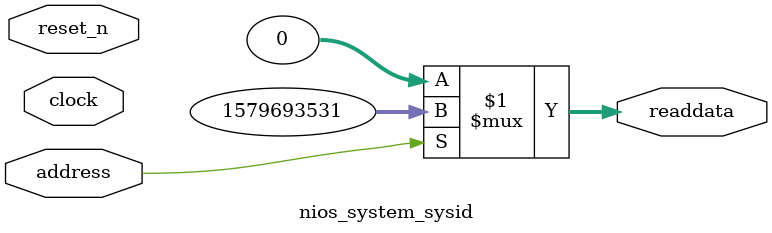
<source format=v>

`timescale 1ns / 1ps
// synthesis translate_on

// turn off superfluous verilog processor warnings 
// altera message_level Level1 
// altera message_off 10034 10035 10036 10037 10230 10240 10030 

module nios_system_sysid (
               // inputs:
                address,
                clock,
                reset_n,

               // outputs:
                readdata
             )
;

  output  [ 31: 0] readdata;
  input            address;
  input            clock;
  input            reset_n;

  wire    [ 31: 0] readdata;
  //control_slave, which is an e_avalon_slave
  assign readdata = address ? 1579693531 : 0;

endmodule




</source>
